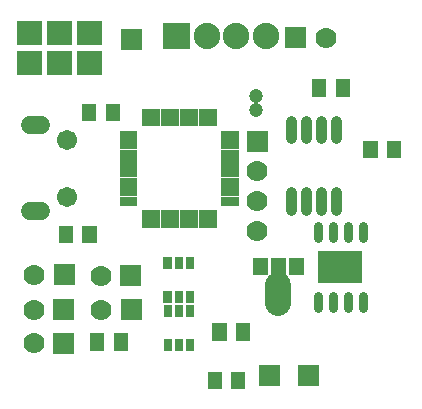
<source format=gbs>
G04 Layer: BottomSolderMaskLayer*
G04 EasyEDA v6.4.7, 2020-10-05T14:23:05+01:00*
G04 80753c53b72f4884ac218c40b0928968,81cdacc9909441f8a3d49748f20dc12b,10*
G04 Gerber Generator version 0.2*
G04 Scale: 100 percent, Rotated: No, Reflected: No *
G04 Dimensions in millimeters *
G04 leading zeros omitted , absolute positions ,3 integer and 3 decimal *
%FSLAX33Y33*%
%MOMM*%
G90*
D02*

%ADD48C,0.903201*%
%ADD49C,1.503197*%
%ADD54C,2.235200*%
%ADD55C,1.203198*%
%ADD60C,1.703197*%
%ADD63C,1.778000*%
%ADD66C,0.803199*%
%ADD67C,2.203201*%

%LPD*%
G54D66*
G01X25907Y14254D02*
G01X25907Y13254D01*
G01X27177Y14254D02*
G01X27177Y13254D01*
G01X28447Y14254D02*
G01X28447Y13254D01*
G01X29717Y14254D02*
G01X29717Y13254D01*
G01X25907Y8310D02*
G01X25907Y7310D01*
G01X27177Y8310D02*
G01X27177Y7310D01*
G01X28447Y8310D02*
G01X28447Y7310D01*
G01X29717Y8310D02*
G01X29717Y7310D01*
G54D48*
G01X27449Y17102D02*
G01X27449Y15602D01*
G01X26179Y17102D02*
G01X26179Y15602D01*
G01X24909Y17102D02*
G01X24909Y15602D01*
G01X23639Y17102D02*
G01X23639Y15602D01*
G01X27449Y23147D02*
G01X27449Y21647D01*
G01X26179Y23147D02*
G01X26179Y21647D01*
G01X24909Y23147D02*
G01X24909Y21647D01*
G01X23639Y23147D02*
G01X23639Y21647D01*
G54D49*
G01X2474Y15509D02*
G01X1574Y15509D01*
G01X2474Y22748D02*
G01X1574Y22748D01*
G54D67*
G01X22588Y9210D02*
G01X22588Y7710D01*
G36*
G01X17762Y21541D02*
G01X17762Y22303D01*
G01X19235Y22303D01*
G01X19235Y21541D01*
G01X17762Y21541D01*
G37*
G36*
G01X17762Y20754D02*
G01X17762Y21516D01*
G01X19235Y21516D01*
G01X19235Y20754D01*
G01X17762Y20754D01*
G37*
G36*
G01X17762Y19941D02*
G01X17762Y20703D01*
G01X19235Y20703D01*
G01X19235Y19941D01*
G01X17762Y19941D01*
G37*
G36*
G01X17762Y19154D02*
G01X17762Y19916D01*
G01X19235Y19916D01*
G01X19235Y19154D01*
G01X17762Y19154D01*
G37*
G36*
G01X17762Y18341D02*
G01X17762Y19103D01*
G01X19235Y19103D01*
G01X19235Y18341D01*
G01X17762Y18341D01*
G37*
G36*
G01X17762Y17553D02*
G01X17762Y18315D01*
G01X19235Y18315D01*
G01X19235Y17553D01*
G01X17762Y17553D01*
G37*
G36*
G01X17762Y16741D02*
G01X17762Y17503D01*
G01X19235Y17503D01*
G01X19235Y16741D01*
G01X17762Y16741D01*
G37*
G36*
G01X17762Y15953D02*
G01X17762Y16715D01*
G01X19235Y16715D01*
G01X19235Y15953D01*
G01X17762Y15953D01*
G37*
G36*
G01X16619Y14099D02*
G01X16619Y15572D01*
G01X17381Y15572D01*
G01X17381Y14099D01*
G01X16619Y14099D01*
G37*
G36*
G01X15831Y14099D02*
G01X15831Y15572D01*
G01X16593Y15572D01*
G01X16593Y14099D01*
G01X15831Y14099D01*
G37*
G36*
G01X15019Y14099D02*
G01X15019Y15572D01*
G01X15781Y15572D01*
G01X15781Y14099D01*
G01X15019Y14099D01*
G37*
G36*
G01X14231Y14099D02*
G01X14231Y15572D01*
G01X14993Y15572D01*
G01X14993Y14099D01*
G01X14231Y14099D01*
G37*
G36*
G01X13418Y14099D02*
G01X13418Y15572D01*
G01X14180Y15572D01*
G01X14180Y14099D01*
G01X13418Y14099D01*
G37*
G36*
G01X12631Y14099D02*
G01X12631Y15572D01*
G01X13393Y15572D01*
G01X13393Y14099D01*
G01X12631Y14099D01*
G37*
G36*
G01X11818Y14099D02*
G01X11818Y15572D01*
G01X12580Y15572D01*
G01X12580Y14099D01*
G01X11818Y14099D01*
G37*
G36*
G01X11031Y14099D02*
G01X11031Y15572D01*
G01X11793Y15572D01*
G01X11793Y14099D01*
G01X11031Y14099D01*
G37*
G36*
G01X9177Y15953D02*
G01X9177Y16715D01*
G01X10650Y16715D01*
G01X10650Y15953D01*
G01X9177Y15953D01*
G37*
G36*
G01X9177Y16741D02*
G01X9177Y17503D01*
G01X10650Y17503D01*
G01X10650Y16741D01*
G01X9177Y16741D01*
G37*
G36*
G01X9177Y17553D02*
G01X9177Y18315D01*
G01X10650Y18315D01*
G01X10650Y17553D01*
G01X9177Y17553D01*
G37*
G36*
G01X9177Y18341D02*
G01X9177Y19103D01*
G01X10650Y19103D01*
G01X10650Y18341D01*
G01X9177Y18341D01*
G37*
G36*
G01X9177Y19154D02*
G01X9177Y19916D01*
G01X10650Y19916D01*
G01X10650Y19154D01*
G01X9177Y19154D01*
G37*
G36*
G01X9177Y19941D02*
G01X9177Y20703D01*
G01X10650Y20703D01*
G01X10650Y19941D01*
G01X9177Y19941D01*
G37*
G36*
G01X9177Y20754D02*
G01X9177Y21516D01*
G01X10650Y21516D01*
G01X10650Y20754D01*
G01X9177Y20754D01*
G37*
G36*
G01X9177Y21541D02*
G01X9177Y22303D01*
G01X10650Y22303D01*
G01X10650Y21541D01*
G01X9177Y21541D01*
G37*
G36*
G01X11031Y22684D02*
G01X11031Y24157D01*
G01X11793Y24157D01*
G01X11793Y22684D01*
G01X11031Y22684D01*
G37*
G36*
G01X11818Y22684D02*
G01X11818Y24157D01*
G01X12580Y24157D01*
G01X12580Y22684D01*
G01X11818Y22684D01*
G37*
G36*
G01X12631Y22684D02*
G01X12631Y24157D01*
G01X13393Y24157D01*
G01X13393Y22684D01*
G01X12631Y22684D01*
G37*
G36*
G01X13418Y22684D02*
G01X13418Y24157D01*
G01X14180Y24157D01*
G01X14180Y22684D01*
G01X13418Y22684D01*
G37*
G36*
G01X14231Y22684D02*
G01X14231Y24157D01*
G01X14993Y24157D01*
G01X14993Y22684D01*
G01X14231Y22684D01*
G37*
G36*
G01X15019Y22684D02*
G01X15019Y24157D01*
G01X15781Y24157D01*
G01X15781Y22684D01*
G01X15019Y22684D01*
G37*
G36*
G01X15831Y22684D02*
G01X15831Y24157D01*
G01X16593Y24157D01*
G01X16593Y22684D01*
G01X15831Y22684D01*
G37*
G36*
G01X16619Y22684D02*
G01X16619Y24157D01*
G01X17381Y24157D01*
G01X17381Y22684D01*
G01X16619Y22684D01*
G37*
G36*
G01X12829Y29204D02*
G01X12829Y31440D01*
G01X15064Y31440D01*
G01X15064Y29204D01*
G01X12829Y29204D01*
G37*
G54D54*
G01X16499Y30312D03*
G01X19024Y30322D03*
G01X21521Y30307D03*
G54D55*
G01X20721Y24076D03*
G01X20721Y25275D03*
G36*
G01X464Y26977D02*
G01X464Y29060D01*
G01X2547Y29060D01*
G01X2547Y26977D01*
G01X464Y26977D01*
G37*
G36*
G01X464Y29517D02*
G01X464Y31600D01*
G01X2547Y31600D01*
G01X2547Y29517D01*
G01X464Y29517D01*
G37*
G36*
G01X3004Y26977D02*
G01X3004Y29060D01*
G01X5087Y29060D01*
G01X5087Y26977D01*
G01X3004Y26977D01*
G37*
G36*
G01X3004Y29517D02*
G01X3004Y31600D01*
G01X5087Y31600D01*
G01X5087Y29517D01*
G01X3004Y29517D01*
G37*
G36*
G01X5544Y26977D02*
G01X5544Y29060D01*
G01X7627Y29060D01*
G01X7627Y26977D01*
G01X5544Y26977D01*
G37*
G36*
G01X5544Y29517D02*
G01X5544Y31600D01*
G01X7627Y31600D01*
G01X7627Y29517D01*
G01X5544Y29517D01*
G37*
G36*
G01X25961Y9431D02*
G01X25961Y12133D01*
G01X29664Y12133D01*
G01X29664Y9431D01*
G01X25961Y9431D01*
G37*
G54D60*
G01X4724Y21539D03*
G01X4724Y16697D03*
G36*
G01X14734Y3662D02*
G01X14734Y4665D01*
G01X15450Y4665D01*
G01X15450Y3662D01*
G01X14734Y3662D01*
G37*
G36*
G01X13797Y3662D02*
G01X13797Y4665D01*
G01X14511Y4665D01*
G01X14511Y3662D01*
G01X13797Y3662D01*
G37*
G36*
G01X12857Y3662D02*
G01X12857Y4665D01*
G01X13571Y4665D01*
G01X13571Y3662D01*
G01X12857Y3662D01*
G37*
G36*
G01X12857Y6558D02*
G01X12857Y7561D01*
G01X13571Y7561D01*
G01X13571Y6558D01*
G01X12857Y6558D01*
G37*
G36*
G01X13797Y6558D02*
G01X13797Y7561D01*
G01X14511Y7561D01*
G01X14511Y6558D01*
G01X13797Y6558D01*
G37*
G36*
G01X14734Y6558D02*
G01X14734Y7561D01*
G01X15450Y7561D01*
G01X15450Y6558D01*
G01X14734Y6558D01*
G37*
G36*
G01X18999Y4531D02*
G01X18999Y5984D01*
G01X20203Y5984D01*
G01X20203Y4531D01*
G01X18999Y4531D01*
G37*
G36*
G01X16997Y4531D02*
G01X16997Y5984D01*
G01X18201Y5984D01*
G01X18201Y4531D01*
G01X16997Y4531D01*
G37*
G36*
G01X18590Y411D02*
G01X18590Y1864D01*
G01X19794Y1864D01*
G01X19794Y411D01*
G01X18590Y411D01*
G37*
G36*
G01X16588Y411D02*
G01X16588Y1864D01*
G01X17792Y1864D01*
G01X17792Y411D01*
G01X16588Y411D01*
G37*
G36*
G01X12854Y10581D02*
G01X12854Y11584D01*
G01X13568Y11584D01*
G01X13568Y10581D01*
G01X12854Y10581D01*
G37*
G36*
G01X13792Y10581D02*
G01X13792Y11584D01*
G01X14508Y11584D01*
G01X14508Y10581D01*
G01X13792Y10581D01*
G37*
G36*
G01X14734Y10581D02*
G01X14734Y11584D01*
G01X15445Y11584D01*
G01X15445Y10581D01*
G01X14734Y10581D01*
G37*
G36*
G01X14734Y7686D02*
G01X14734Y8689D01*
G01X15445Y8689D01*
G01X15445Y7686D01*
G01X14734Y7686D01*
G37*
G36*
G01X13792Y7686D02*
G01X13792Y8689D01*
G01X14508Y8689D01*
G01X14508Y7686D01*
G01X13792Y7686D01*
G37*
G36*
G01X12854Y7686D02*
G01X12854Y8689D01*
G01X13568Y8689D01*
G01X13568Y7686D01*
G01X12854Y7686D01*
G37*
G36*
G01X7965Y23101D02*
G01X7965Y24554D01*
G01X9169Y24554D01*
G01X9169Y23101D01*
G01X7965Y23101D01*
G37*
G36*
G01X5963Y23101D02*
G01X5963Y24554D01*
G01X7167Y24554D01*
G01X7167Y23101D01*
G01X5963Y23101D01*
G37*
G36*
G01X20937Y662D02*
G01X20937Y2440D01*
G01X22715Y2440D01*
G01X22715Y662D01*
G01X20937Y662D01*
G37*
G36*
G01X24249Y652D02*
G01X24249Y2430D01*
G01X26027Y2430D01*
G01X26027Y652D01*
G01X24249Y652D01*
G37*
G36*
G01X3566Y9232D02*
G01X3566Y11010D01*
G01X5344Y11010D01*
G01X5344Y9232D01*
G01X3566Y9232D01*
G37*
G54D63*
G01X1915Y10121D03*
G36*
G01X5994Y12750D02*
G01X5994Y14203D01*
G01X7198Y14203D01*
G01X7198Y12750D01*
G01X5994Y12750D01*
G37*
G36*
G01X3992Y12750D02*
G01X3992Y14203D01*
G01X5196Y14203D01*
G01X5196Y12750D01*
G01X3992Y12750D01*
G37*
G36*
G01X31777Y19989D02*
G01X31777Y21442D01*
G01X32981Y21442D01*
G01X32981Y19989D01*
G01X31777Y19989D01*
G37*
G36*
G01X29776Y19989D02*
G01X29776Y21442D01*
G01X30980Y21442D01*
G01X30980Y19989D01*
G01X29776Y19989D01*
G37*
G36*
G01X3522Y3408D02*
G01X3522Y5186D01*
G01X5300Y5186D01*
G01X5300Y3408D01*
G01X3522Y3408D01*
G37*
G01X1871Y4297D03*
G36*
G01X3528Y6250D02*
G01X3528Y8028D01*
G01X5306Y8028D01*
G01X5306Y6250D01*
G01X3528Y6250D01*
G37*
G01X1877Y7139D03*
G36*
G01X23159Y29288D02*
G01X23159Y31066D01*
G01X24937Y31066D01*
G01X24937Y29288D01*
G01X23159Y29288D01*
G37*
G01X26588Y30177D03*
G36*
G01X6654Y3680D02*
G01X6654Y5133D01*
G01X7856Y5133D01*
G01X7856Y3680D01*
G01X6654Y3680D01*
G37*
G36*
G01X8653Y3680D02*
G01X8653Y5133D01*
G01X9857Y5133D01*
G01X9857Y3680D01*
G01X8653Y3680D01*
G37*
G36*
G01X9253Y29161D02*
G01X9253Y30939D01*
G01X11031Y30939D01*
G01X11031Y29161D01*
G01X9253Y29161D01*
G37*
G36*
G01X21991Y9438D02*
G01X21991Y11546D01*
G01X23185Y11546D01*
G01X23185Y9438D01*
G01X21991Y9438D01*
G37*
G36*
G01X20467Y10099D02*
G01X20467Y11496D01*
G01X21661Y11496D01*
G01X21661Y10099D01*
G01X20467Y10099D01*
G37*
G36*
G01X23515Y10099D02*
G01X23515Y11496D01*
G01X24709Y11496D01*
G01X24709Y10099D01*
G01X23515Y10099D01*
G37*
G36*
G01X27429Y25181D02*
G01X27429Y26634D01*
G01X28633Y26634D01*
G01X28633Y25181D01*
G01X27429Y25181D01*
G37*
G36*
G01X25427Y25181D02*
G01X25427Y26634D01*
G01X26631Y26634D01*
G01X26631Y25181D01*
G01X25427Y25181D01*
G37*
G36*
G01X19921Y20525D02*
G01X19921Y22303D01*
G01X21699Y22303D01*
G01X21699Y20525D01*
G01X19921Y20525D01*
G37*
G01X20810Y18874D03*
G01X20810Y16334D03*
G01X20810Y13794D03*
G36*
G01X9207Y9141D02*
G01X9207Y10919D01*
G01X10985Y10919D01*
G01X10985Y9141D01*
G01X9207Y9141D01*
G37*
G01X7556Y10030D03*
G36*
G01X9215Y6268D02*
G01X9215Y8046D01*
G01X10993Y8046D01*
G01X10993Y6268D01*
G01X9215Y6268D01*
G37*
G01X7564Y7157D03*
M00*
M02*

</source>
